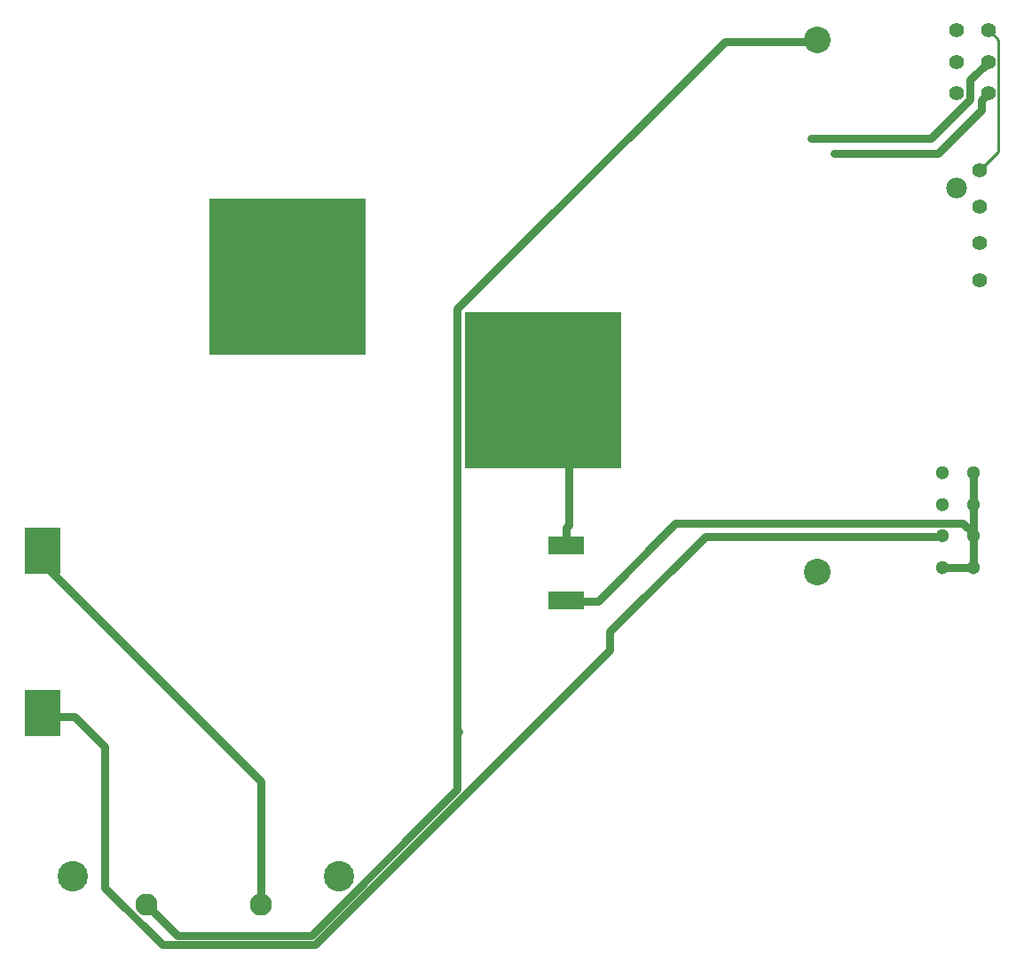
<source format=gtl>
G04 #@! TF.GenerationSoftware,KiCad,Pcbnew,5.0.2-bee76a0~70~ubuntu18.04.1*
G04 #@! TF.CreationDate,2019-04-30T11:18:50-04:00*
G04 #@! TF.ProjectId,AIR_Mount_Plus,4149525f-4d6f-4756-9e74-5f506c75732e,rev?*
G04 #@! TF.SameCoordinates,Original*
G04 #@! TF.FileFunction,Copper,L1,Top*
G04 #@! TF.FilePolarity,Positive*
%FSLAX46Y46*%
G04 Gerber Fmt 4.6, Leading zero omitted, Abs format (unit mm)*
G04 Created by KiCad (PCBNEW 5.0.2-bee76a0~70~ubuntu18.04.1) date Tue 30 Apr 2019 11:18:50 AM EDT*
%MOMM*%
%LPD*%
G01*
G04 APERTURE LIST*
G04 #@! TA.AperFunction,ComponentPad*
%ADD10C,2.540000*%
G04 #@! TD*
G04 #@! TA.AperFunction,ComponentPad*
%ADD11C,2.120000*%
G04 #@! TD*
G04 #@! TA.AperFunction,ComponentPad*
%ADD12C,2.900000*%
G04 #@! TD*
G04 #@! TA.AperFunction,SMDPad,CuDef*
%ADD13R,3.500000X1.780000*%
G04 #@! TD*
G04 #@! TA.AperFunction,ComponentPad*
%ADD14C,1.400000*%
G04 #@! TD*
G04 #@! TA.AperFunction,ComponentPad*
%ADD15C,1.300000*%
G04 #@! TD*
G04 #@! TA.AperFunction,ComponentPad*
%ADD16C,1.397000*%
G04 #@! TD*
G04 #@! TA.AperFunction,ComponentPad*
%ADD17C,1.981000*%
G04 #@! TD*
G04 #@! TA.AperFunction,ComponentPad*
%ADD18R,15.000000X15.000000*%
G04 #@! TD*
G04 #@! TA.AperFunction,ComponentPad*
%ADD19C,1.700000*%
G04 #@! TD*
G04 #@! TA.AperFunction,SMDPad,CuDef*
%ADD20R,3.400000X4.500000*%
G04 #@! TD*
G04 #@! TA.AperFunction,ViaPad*
%ADD21C,0.609600*%
G04 #@! TD*
G04 #@! TA.AperFunction,Conductor*
%ADD22C,0.762000*%
G04 #@! TD*
G04 #@! TA.AperFunction,Conductor*
%ADD23C,0.254000*%
G04 #@! TD*
G04 APERTURE END LIST*
D10*
G04 #@! TO.P,K1,1*
G04 #@! TO.N,/Discharge_TS+*
X267100000Y-75700000D03*
G04 #@! TO.P,K1,2*
G04 #@! TO.N,Net-(K1-Pad2)*
X267100000Y-24900000D03*
G04 #@! TD*
D11*
G04 #@! TO.P,R2,1*
G04 #@! TO.N,/TS+*
X213969600Y-107467400D03*
G04 #@! TO.P,R2,2*
G04 #@! TO.N,Net-(K1-Pad2)*
X203069600Y-107467400D03*
D12*
G04 #@! TO.P,R2,4*
G04 #@! TO.N,N/C*
X221462600Y-104797400D03*
G04 #@! TO.P,R2,5*
X196062600Y-104797400D03*
G04 #@! TD*
D13*
G04 #@! TO.P,F1,1*
G04 #@! TO.N,/TS+*
X243078000Y-73152000D03*
G04 #@! TO.P,F1,2*
G04 #@! TO.N,/BSPD_Current_Sensor*
X243078000Y-78432000D03*
G04 #@! TD*
D14*
G04 #@! TO.P,J1,6*
G04 #@! TO.N,/Coil+*
X280400000Y-24000000D03*
G04 #@! TO.P,J1,5*
G04 #@! TO.N,/Coil-*
X280400000Y-27000000D03*
G04 #@! TO.P,J1,4*
G04 #@! TO.N,/AUX+*
X280400000Y-30000000D03*
G04 #@! TO.P,J1,3*
G04 #@! TO.N,/AUX-*
X283400000Y-24000000D03*
G04 #@! TO.P,J1,2*
G04 #@! TO.N,/Shutdown_In*
X283400000Y-27000000D03*
G04 #@! TO.P,J1,1*
G04 #@! TO.N,/GND*
X283400000Y-30000000D03*
G04 #@! TD*
D15*
G04 #@! TO.P,J2,1*
G04 #@! TO.N,/BSPD_Current_Sensor*
X282001228Y-75257894D03*
G04 #@! TO.P,J2,6*
G04 #@! TO.N,/TSMP+*
X279001228Y-72257894D03*
G04 #@! TO.P,J2,3*
G04 #@! TO.N,/BSPD_Current_Sensor*
X282001228Y-69257894D03*
G04 #@! TO.P,J2,4*
X282001228Y-66257894D03*
G04 #@! TO.P,J2,7*
G04 #@! TO.N,/Discharge_TS+*
X279001228Y-69257894D03*
G04 #@! TO.P,J2,5*
G04 #@! TO.N,/BSPD_Current_Sensor*
X279001228Y-75257894D03*
G04 #@! TO.P,J2,2*
X282001228Y-72257894D03*
G04 #@! TO.P,J2,8*
G04 #@! TO.N,Net-(J2-Pad8)*
X279001228Y-66257894D03*
G04 #@! TD*
D16*
G04 #@! TO.P,J3,2*
G04 #@! TO.N,/AUX+*
X282600000Y-40850000D03*
G04 #@! TO.P,J3,1*
G04 #@! TO.N,/AUX-*
X282600000Y-37350000D03*
D17*
G04 #@! TO.P,J3,*
G04 #@! TO.N,*
X280370000Y-39100000D03*
D16*
G04 #@! TO.P,J3,3*
G04 #@! TO.N,/Coil-*
X282600000Y-44350000D03*
G04 #@! TO.P,J3,4*
G04 #@! TO.N,/Coil+*
X282600000Y-47850000D03*
G04 #@! TD*
D18*
G04 #@! TO.P,J4,1*
G04 #@! TO.N,/BAT+*
X216535832Y-47491956D03*
D19*
X220345832Y-53841956D03*
X222885832Y-53841956D03*
X217805832Y-53841956D03*
X215265832Y-53841956D03*
X212725832Y-53841956D03*
X210185832Y-53841956D03*
X220345832Y-41141956D03*
X215265832Y-41141956D03*
X217805832Y-41141956D03*
X210185832Y-41141956D03*
X222885832Y-41141956D03*
X212725832Y-41141956D03*
G04 #@! TD*
G04 #@! TO.P,J5,1*
G04 #@! TO.N,/TS+*
X237072336Y-52029409D03*
X247232336Y-52029409D03*
X234532336Y-52029409D03*
X242152336Y-52029409D03*
X239612336Y-52029409D03*
X244692336Y-52029409D03*
X234532336Y-64729409D03*
X237072336Y-64729409D03*
X239612336Y-64729409D03*
X242152336Y-64729409D03*
X247232336Y-64729409D03*
X244692336Y-64729409D03*
D18*
X240882336Y-58379409D03*
G04 #@! TD*
D20*
G04 #@! TO.P,R1,1*
G04 #@! TO.N,/TS+*
X193120000Y-73660000D03*
G04 #@! TO.P,R1,2*
G04 #@! TO.N,/TSMP+*
X193120000Y-89160000D03*
G04 #@! TD*
D21*
G04 #@! TO.N,/Shutdown_In*
X266480000Y-34330000D03*
G04 #@! TO.N,/GND*
X268720000Y-35720000D03*
G04 #@! TD*
D22*
G04 #@! TO.N,Net-(K1-Pad2)*
X232695234Y-91100000D02*
X232848935Y-90946299D01*
X218795434Y-110400000D02*
X232695234Y-96500200D01*
X232695234Y-96500200D02*
X232695234Y-89900000D01*
X206002200Y-110400000D02*
X218795434Y-110400000D01*
X203069600Y-107467400D02*
X206002200Y-110400000D01*
X232695234Y-74295234D02*
X232695234Y-89900000D01*
X232695234Y-89900000D02*
X232695234Y-91100000D01*
X232695234Y-50606389D02*
X258251623Y-25050000D01*
X232695234Y-74295234D02*
X232695234Y-50606389D01*
X258251623Y-25050000D02*
X267375000Y-25050000D01*
D23*
G04 #@! TO.N,/AUX-*
X284379401Y-35570599D02*
X284379401Y-24904401D01*
X282600000Y-37350000D02*
X284379401Y-35570599D01*
X284379401Y-24904401D02*
X283500000Y-24025000D01*
X283500000Y-24025000D02*
X283500000Y-24350000D01*
X283500000Y-24350000D02*
X283500000Y-24400000D01*
G04 #@! TO.N,/Shutdown_In*
X283425000Y-27000000D02*
X283375000Y-26950000D01*
D22*
X277895434Y-34330000D02*
X266480000Y-34330000D01*
X281633401Y-30592033D02*
X277895434Y-34330000D01*
X283400000Y-27000000D02*
X281633401Y-28766599D01*
X281633401Y-28766599D02*
X281633401Y-30592033D01*
G04 #@! TO.N,/GND*
X282700001Y-30699999D02*
X282700001Y-31639999D01*
X283400000Y-30000000D02*
X282700001Y-30699999D01*
X282700001Y-31639999D02*
X278620000Y-35720000D01*
X278620000Y-35720000D02*
X268720000Y-35720000D01*
G04 #@! TO.N,/TSMP+*
X256364566Y-72300000D02*
X277300000Y-72300000D01*
X247300000Y-83188605D02*
X247300000Y-81364566D01*
X204558376Y-111314410D02*
X219174195Y-111314410D01*
X277300000Y-72300000D02*
X279000000Y-72300000D01*
X199072500Y-105828534D02*
X204558376Y-111314410D01*
X193675000Y-89560400D02*
X196227700Y-89560400D01*
X219174195Y-111314410D02*
X247300000Y-83188605D01*
X196227700Y-89560400D02*
X199072500Y-92405200D01*
X247300000Y-81364566D02*
X256364566Y-72300000D01*
X276700000Y-72300000D02*
X277300000Y-72300000D01*
X199072500Y-92405200D02*
X199072500Y-105828534D01*
G04 #@! TO.N,/BSPD_Current_Sensor*
X271057507Y-71074493D02*
X280974493Y-71074493D01*
X280974493Y-71074493D02*
X282100000Y-72200000D01*
X279001228Y-75257894D02*
X281842106Y-75257894D01*
X281842106Y-75257894D02*
X282000000Y-75100000D01*
X282000000Y-75100000D02*
X282000000Y-66300000D01*
X271057507Y-71074493D02*
X270874493Y-71074493D01*
X271057507Y-71074493D02*
X253537507Y-71074493D01*
X253537507Y-71074493D02*
X246126000Y-78486000D01*
X246126000Y-78486000D02*
X243332000Y-78486000D01*
G04 #@! TO.N,/TS+*
X193675000Y-75387200D02*
X214000000Y-95712200D01*
X193675000Y-72542400D02*
X193675000Y-75387200D01*
X214000000Y-95712200D02*
X214000000Y-107300000D01*
X243078000Y-71500000D02*
X243332000Y-71246000D01*
X243078000Y-73152000D02*
X243078000Y-71500000D01*
X243332000Y-71246000D02*
X243332000Y-64516000D01*
G04 #@! TD*
M02*

</source>
